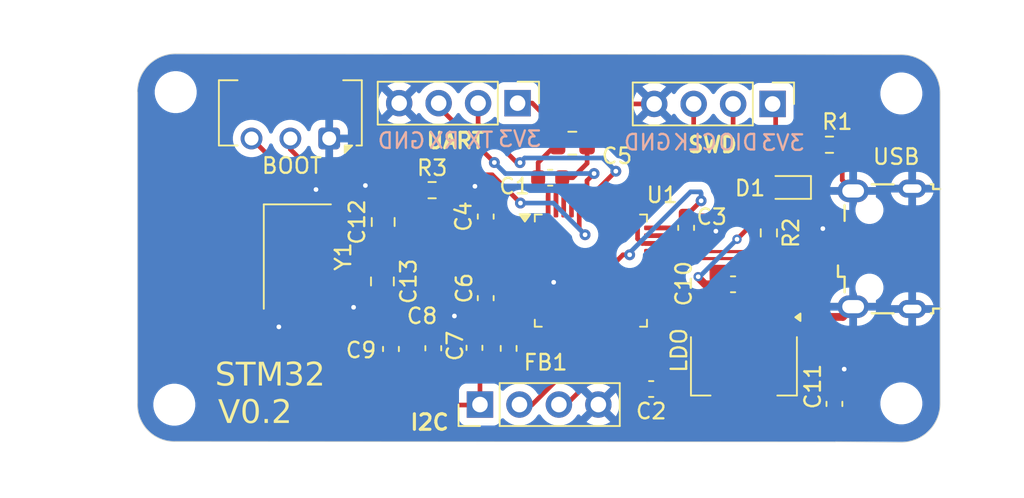
<source format=kicad_pcb>
(kicad_pcb (version 20241229) (generator "pcbnew") (generator_version "9.0")
  (layers (0 "F.Cu" signal) (2 "B.Cu" power) (13 "F.Paste" user) (15 "B.Paste" user) (5 "F.SilkS" user "F.Silkscreen") (7 "B.SilkS" user "B.Silkscreen") (1 "F.Mask" user) (3 "B.Mask" user) (25 "Edge.Cuts" user))
  (net 0 "")
  (net 1 "+3.3V")
  (net 2 "GND")
  (net 3 "Net-(U1-NRST)")
  (net 4 "+3.3VA")
  (net 5 "Net-(C7-Pad2)")
  (net 6 "VBUS")
  (net 7 "/HS_OSC_IN")
  (net 8 "/HS_OSC_OUT")
  (net 9 "Net-(D1-K)")
  (net 10 "/USB_D-")
  (net 11 "/USB_D+")
  (net 13 "/USART1_TX")
  (net 14 "/USART1_RX")
  (net 15 "/I2C2_SCL")
  (net 16 "/I2C2_SDA")
  (net 17 "/SWCLK")
  (net 18 "/SWDIO")
  (net 19 "/BOOT0")
  (net 47 "/SW_BOOT")
  (footprint "MountingHole:MountingHole_2.2mm_M2" (layer "F.Cu") (at 175.189027 111.505642)
    (property "Reference" "H3" (hide yes))
    (property "Value" "MountingHole" (hide yes))
    (pad "" np_thru_hole circle (at 0 0) (size 2.2 2.2) (drill 2.2) (layers "*.Cu" "*.Mask"))
  )
  (footprint "Resistor_SMD:R_0603_1608Metric" (layer "F.Cu") (at 170.56 94.855)
    (property "Reference" "R1" (at 0.5 -1.475 0) (layer "F.SilkS"))
    (property "Value" "1k5" (hide yes))
    (fp_line (start -0.237258 -0.5225) (end 0.237258 -0.5225) (stroke (width 0.12)) (layer "F.SilkS"))
    (fp_line (start -0.237258 0.5225) (end 0.237258 0.5225) (stroke (width 0.12)) (layer "F.SilkS"))
    (pad "1" smd roundrect (at -0.825 0) (size 0.8 0.95) (layers "F.Cu" "F.Mask" "F.Paste") (net 9 "Net-(D1-K)"))
    (pad "2" smd roundrect (at 0.825 0) (size 0.8 0.95) (layers "F.Cu" "F.Mask" "F.Paste") (net 2 "GND"))
  )
  (footprint "Button_Switch_THT:SW_CK_JS202011AQN_DPDT_Angled" (layer "F.Cu") (at 138.36 94.455 180)
    (property "Reference" "BOOT" (at 2.4 -1.75 0) (layer "F.SilkS"))
    (property "Value" "SW_DPDT_x2" (hide yes))
    (fp_line (start 7.1 3.75) (end 5.9 3.75) (stroke (width 0.12)) (layer "F.SilkS"))
    (fp_line (start 7.1 -0.45) (end 7.1 3.75) (stroke (width 0.12)) (layer "F.SilkS"))
    (fp_line (start 5.9 -0.45) (end 7.1 -0.45) (stroke (width 0.12)) (layer "F.SilkS"))
    (fp_line (start -1.75 -0.45) (end -2.1 -0.45) (stroke (width 0.12)) (layer "F.SilkS"))
    (fp_line (start -2.1 3.75) (end -0.9 3.75) (stroke (width 0.12)) (layer "F.SilkS"))
    (fp_line (start -2.1 -0.45) (end -2.1 3.75) (stroke (width 0.12)) (layer "F.SilkS"))
    (fp_poly (pts (xy -1 -0.45) (xy -1.48 -0.45) (xy -1 -0.93) (xy -1 -0.45)) (stroke (width 0.12)) (fill yes) (layer "F.SilkS"))
    (pad "1" thru_hole roundrect (at 0 0 180) (size 1.4 1.4) (drill 0.9) (layers "*.Cu" "*.Mask") (roundrect_rratio 0.1785714286) (net 2 "GND"))
    (pad "2" thru_hole circle (at 2.5 0 180) (size 1.4 1.4) (drill 0.9) (layers "*.Cu" "*.Mask") (net 47 "/SW_BOOT"))
    (pad "3" thru_hole circle (at 5 0 180) (size 1.4 1.4) (drill 0.9) (layers "*.Cu" "*.Mask") (net 1 "+3.3V"))
  )
  (footprint "Crystal:Crystal_SMD_0603-4Pin_6.0x3.5mm" (layer "F.Cu") (at 136.31 102.055 -90)
    (property "Reference" "Y1" (at 0 -2.95 90) (layer "F.SilkS"))
    (property "Value" "Crystal_GND24" (hide yes))
    (fp_line (start -3.36 2.16) (end 3.36 2.16) (stroke (width 0.12)) (layer "F.SilkS"))
    (fp_line (start -3.36 -2.16) (end -3.36 2.16) (stroke (width 0.12)) (layer "F.SilkS"))
    (pad "1" smd roundrect (at -2.2 1.2 270) (size 1.8 1.4) (layers "F.Cu" "F.Mask" "F.Paste") (roundrect_rratio 0.178571) (net 7 "/HS_OSC_IN"))
    (pad "2" smd roundrect (at 2.2 1.2 270) (size 1.8 1.4) (layers "F.Cu" "F.Mask" "F.Paste") (roundrect_rratio 0.178571) (net 2 "GND"))
    (pad "3" smd roundrect (at 2.2 -1.2 270) (size 1.8 1.4) (layers "F.Cu" "F.Mask" "F.Paste") (roundrect_rratio 0.178571) (net 8 "/HS_OSC_OUT"))
    (pad "4" smd roundrect (at -2.2 -1.2 270) (size 1.8 1.4) (layers "F.Cu" "F.Mask" "F.Paste") (roundrect_rratio 0.178571) (net 2 "GND"))
  )
  (footprint "Capacitor_SMD:C_0805_2012Metric" (layer "F.Cu") (at 154.01 94.755)
    (property "Reference" "C5" (at 2.875 0.825 180) (layer "F.SilkS"))
    (property "Value" "10u" (hide yes))
    (fp_line (start -0.261252 -0.735) (end 0.261252 -0.735) (stroke (width 0.12)) (layer "F.SilkS"))
    (fp_line (start -0.261252 0.735) (end 0.261252 0.735) (stroke (width 0.12)) (layer "F.SilkS"))
    (pad "1" smd roundrect (at -0.95 0) (size 1 1.45) (layers "F.Cu" "F.Mask" "F.Paste") (net 1 "+3.3V"))
    (pad "2" smd roundrect (at 0.95 0) (size 1 1.45) (layers "F.Cu" "F.Mask" "F.Paste") (net 2 "GND"))
  )
  (footprint "Capacitor_SMD:C_0603_1608Metric" (layer "F.Cu") (at 170.88 111.54 90)
    (property "Reference" "C11" (at 1.12 -1.39 270) (layer "F.SilkS"))
    (property "Value" "100n" (hide yes))
    (fp_line (start -0.14058 -0.51) (end 0.14058 -0.51) (stroke (width 0.12)) (layer "F.SilkS"))
    (fp_line (start -0.14058 0.51) (end 0.14058 0.51) (stroke (width 0.12)) (layer "F.SilkS"))
    (pad "1" smd roundrect (at -0.775 0 90) (size 0.9 0.95) (layers "F.Cu" "F.Mask" "F.Paste") (net 1 "+3.3V"))
    (pad "2" smd roundrect (at 0.775 0 90) (size 0.9 0.95) (layers "F.Cu" "F.Mask" "F.Paste") (net 2 "GND"))
  )
  (footprint "Connector_PinHeader_2.54mm:PinHeader_1x04_P2.54mm_Vertical" (layer "F.Cu") (at 148.065 111.58 90)
    (property "Reference" "I2C" (at -1.14 -3.245 180) (layer "F.SilkS") (effects (font (thickness 0.2) (bold yes))))
    (property "Value" "Conn_01x04_Pin" (hide yes))
    (fp_line (start -1.38 -1.38) (end 0 -1.38) (stroke (width 0.12)) (layer "F.SilkS"))
    (fp_line (start -1.38 0) (end -1.38 -1.38) (stroke (width 0.12)) (layer "F.SilkS"))
    (fp_line (start 1.38 1.27) (end 1.38 9) (stroke (width 0.12)) (layer "F.SilkS"))
    (fp_line (start -1.38 1.27) (end 1.38 1.27) (stroke (width 0.12)) (layer "F.SilkS"))
    (fp_line (start -1.38 1.27) (end -1.38 9) (stroke (width 0.12)) (layer "F.SilkS"))
    (fp_line (start -1.38 9) (end 1.38 9) (stroke (width 0.12)) (layer "F.SilkS"))
    (pad "1" thru_hole rect (at 0 0 90) (size 1.7 1.7) (drill 1) (layers "*.Cu" "*.Mask") (net 1 "+3.3V"))
    (pad "2" thru_hole circle (at 0 2.54 90) (size 1.7 1.7) (drill 1) (layers "*.Cu" "*.Mask") (net 15 "/I2C2_SCL"))
    (pad "3" thru_hole circle (at 0 5.08 90) (size 1.7 1.7) (drill 1) (layers "*.Cu" "*.Mask") (net 16 "/I2C2_SDA"))
    (pad "4" thru_hole circle (at 0 7.62 90) (size 1.7 1.7) (drill 1) (layers "*.Cu" "*.Mask") (net 2 "GND"))
  )
  (footprint "Capacitor_SMD:C_0603_1608Metric" (layer "F.Cu") (at 147.71 107.93 -90)
    (property "Reference" "C7" (at -0.125 1.25 270) (layer "F.SilkS"))
    (property "Value" "100n" (hide yes))
    (fp_line (start -0.14058 0.51) (end 0.14058 0.51) (stroke (width 0.12)) (layer "F.SilkS"))
    (fp_line (start -0.14058 -0.51) (end 0.14058 -0.51) (stroke (width 0.12)) (layer "F.SilkS"))
    (pad "1" smd roundrect (at -0.775 0 270) (size 0.9 0.95) (layers "F.Cu" "F.Mask" "F.Paste") (net 4 "+3.3VA"))
    (pad "2" smd roundrect (at 0.775 0 270) (size 0.9 0.95) (layers "F.Cu" "F.Mask" "F.Paste") (net 5 "Net-(C7-Pad2)"))
  )
  (footprint "Resistor_SMD:R_0603_1608Metric" (layer "F.Cu") (at 166.66 100.53 -90)
    (property "Reference" "R2" (at 0 -1.43 90) (layer "F.SilkS"))
    (property "Value" "1K5" (hide yes))
    (fp_line (start -0.237258 0.5225) (end 0.237258 0.5225) (stroke (width 0.12)) (layer "F.SilkS"))
    (fp_line (start -0.237258 -0.5225) (end 0.237258 -0.5225) (stroke (width 0.12)) (layer "F.SilkS"))
    (pad "1" smd roundrect (at -0.825 0 270) (size 0.8 0.95) (layers "F.Cu" "F.Mask" "F.Paste") (net 6 "VBUS"))
    (pad "2" smd roundrect (at 0.825 0 270) (size 0.8 0.95) (layers "F.Cu" "F.Mask" "F.Paste") (net 11 "/USB_D+"))
  )
  (footprint "Capacitor_SMD:C_0603_1608Metric" (layer "F.Cu") (at 161.335 100.205 -90)
    (property "Reference" "C3" (at -0.705 -1.645 180) (layer "F.SilkS"))
    (property "Value" "100n" (hide yes))
    (fp_line (start -0.14058 0.51) (end 0.14058 0.51) (stroke (width 0.12)) (layer "F.SilkS"))
    (fp_line (start -0.14058 -0.51) (end 0.14058 -0.51) (stroke (width 0.12)) (layer "F.SilkS"))
    (pad "1" smd roundrect (at -0.775 0 270) (size 0.9 0.95) (layers "F.Cu" "F.Mask" "F.Paste") (net 1 "+3.3V"))
    (pad "2" smd roundrect (at 0.775 0 270) (size 0.9 0.95) (layers "F.Cu" "F.Mask" "F.Paste") (net 2 "GND"))
  )
  (footprint "Capacitor_SMD:C_0603_1608Metric" (layer "F.Cu") (at 152.585 96.98)
    (property "Reference" "C1" (at -2.3 0.55 0) (layer "F.SilkS"))
    (property "Value" "100n" (hide yes))
    (fp_line (start -0.14058 -0.51) (end 0.14058 -0.51) (stroke (width 0.12)) (layer "F.SilkS"))
    (fp_line (start -0.14058 0.51) (end 0.14058 0.51) (stroke (width 0.12)) (layer "F.SilkS"))
    (pad "1" smd roundrect (at -0.775 0) (size 0.9 0.95) (layers "F.Cu" "F.Mask" "F.Paste") (net 1 "+3.3V"))
    (pad "2" smd roundrect (at 0.775 0) (size 0.9 0.95) (layers "F.Cu" "F.Mask" "F.Paste") (net 2 "GND"))
  )
  (footprint "MountingHole:MountingHole_2.2mm_M2" (layer "F.Cu") (at 128.48 91.47)
    (property "Reference" "H2" (hide yes))
    (property "Value" "MountingHole" (hide yes))
    (pad "" np_thru_hole circle (at 0 0) (size 2.2 2.2) (drill 2.2) (layers "*.Cu" "*.Mask"))
  )
  (footprint "Resistor_SMD:R_0603_1608Metric" (layer "F.Cu") (at 144.985 97.78)
    (property "Reference" "R3" (at 0 -1.43 0) (layer "F.SilkS"))
    (property "Value" "1K5" (hide yes))
    (fp_line (start -0.237258 -0.5225) (end 0.237258 -0.5225) (stroke (width 0.12)) (layer "F.SilkS"))
    (fp_line (start -0.237258 0.5225) (end 0.237258 0.5225) (stroke (width 0.12)) (layer "F.SilkS"))
    (pad "1" smd roundrect (at -0.825 0) (size 0.8 0.95) (layers "F.Cu" "F.Mask" "F.Paste") (net 47 "/SW_BOOT"))
    (pad "2" smd roundrect (at 0.825 0) (size 0.8 0.95) (layers "F.Cu" "F.Mask" "F.Paste") (net 19 "/BOOT0"))
  )
  (footprint "Capacitor_SMD:C_0603_1608Metric" (layer "F.Cu") (at 148.435 99.48 90)
    (property "Reference" "C4" (at 0 -1.43 90) (layer "F.SilkS"))
    (property "Value" "100n" (hide yes))
    (fp_line (start -0.14058 -0.51) (end 0.14058 -0.51) (stroke (width 0.12)) (layer "F.SilkS"))
    (fp_line (start -0.14058 0.51) (end 0.14058 0.51) (stroke (width 0.12)) (layer "F.SilkS"))
    (pad "1" smd roundrect (at -0.775 0 90) (size 0.9 0.95) (layers "F.Cu" "F.Mask" "F.Paste") (net 1 "+3.3V"))
    (pad "2" smd roundrect (at 0.775 0 90) (size 0.9 0.95) (layers "F.Cu" "F.Mask" "F.Paste") (net 2 "GND"))
  )
  (footprint "Connector_PinHeader_2.54mm:PinHeader_1x04_P2.54mm_Vertical" (layer "F.Cu") (at 166.9 92.23 -90)
    (property "Reference" "SWD" (at 2.625 3.865 180) (layer "F.SilkS") (effects (font (thickness 0.2) (bold yes))))
    (property "Value" "Conn_01x04_Pin" (hide yes))
    (fp_line (start -1.38 9) (end 1.38 9) (stroke (width 0.12)) (layer "F.SilkS"))
    (fp_line (start -1.38 1.27) (end -1.38 9) (stroke (width 0.12)) (layer "F.SilkS"))
    (fp_line (start -1.38 1.27) (end 1.38 1.27) (stroke (width 0.12)) (layer "F.SilkS"))
    (fp_line (start 1.38 1.27) (end 1.38 9) (stroke (width 0.12)) (layer "F.SilkS"))
    (fp_line (start -1.38 0) (end -1.38 -1.38) (stroke (width 0.12)) (layer "F.SilkS"))
    (fp_line (start -1.38 -1.38) (end 0 -1.38) (stroke (width 0.12)) (layer "F.SilkS"))
    (pad "1" thru_hole rect (at 0 0 270) (size 1.7 1.7) (drill 1) (layers "*.Cu" "*.Mask") (net 1 "+3.3V"))
    (pad "2" thru_hole circle (at 0 2.54 270) (size 1.7 1.7) (drill 1) (layers "*.Cu" "*.Mask") (net 18 "/SWDIO"))
    (pad "3" thru_hole circle (at 0 5.08 270) (size 1.7 1.7) (drill 1) (layers "*.Cu" "*.Mask") (net 17 "/SWCLK"))
    (pad "4" thru_hole circle (at 0 7.62 270) (size 1.7 1.7) (drill 1) (layers "*.Cu" "*.Mask") (net 2 "GND"))
  )
  (footprint "MountingHole:MountingHole_2.2mm_M2" (layer "F.Cu") (at 128.390334 111.588822)
    (property "Reference" "H4" (hide yes))
    (property "Value" "MountingHole" (hide yes))
    (pad "" np_thru_hole circle (at 0 0) (size 2.2 2.2) (drill 2.2) (layers "*.Cu" "*.Mask"))
  )
  (footprint "Capacitor_SMD:C_0805_2012Metric" (layer "F.Cu") (at 141.785 103.655 -90)
    (property "Reference" "C13" (at 0 -1.68 90) (layer "F.SilkS"))
    (property "Value" "20p" (hide yes))
    (fp_line (start -0.261252 0.735) (end 0.261252 0.735) (stroke (width 0.12)) (layer "F.SilkS"))
    (fp_line (start -0.261252 -0.735) (end 0.261252 -0.735) (stroke (width 0.12)) (layer "F.SilkS"))
    (pad "1" smd roundrect (at -0.95 0 270) (size 1 1.45) (layers "F.Cu" "F.Mask" "F.Paste") (net 8 "/HS_OSC_OUT"))
    (pad "2" smd roundrect (at 0.95 0 270) (size 1 1.45) (layers "F.Cu" "F.Mask" "F.Paste") (net 2 "GND"))
  )
  (footprint "Capacitor_SMD:C_0603_1608Metric" (layer "F.Cu") (at 145.06 107.955 -90)
    (property "Reference" "C8" (at -2.075 0.725 0) (layer "F.SilkS"))
    (property "Value" "100n" (hide yes))
    (fp_line (start -0.14058 0.51) (end 0.14058 0.51) (stroke (width 0.12)) (layer "F.SilkS"))
    (fp_line (start -0.14058 -0.51) (end 0.14058 -0.51) (stroke (width 0.12)) (layer "F.SilkS"))
    (pad "1" smd roundrect (at -0.775 0 270) (size 0.9 0.95) (layers "F.Cu" "F.Mask" "F.Paste") (net 4 "+3.3VA"))
    (pad "2" smd roundrect (at 0.775 0 270) (size 0.9 0.95) (layers "F.Cu" "F.Mask" "F.Paste") (net 5 "Net-(C7-Pad2)"))
  )
  (footprint "Capacitor_SMD:C_0603_1608Metric" (layer "F.Cu") (at 148.435 104.73 -90)
    (property "Reference" "C6" (at -0.64 1.385 90) (layer "F.SilkS"))
    (property "Value" "100n" (hide yes))
    (fp_line (start -0.14058 0.51) (end 0.14058 0.51) (stroke (width 0.12)) (layer "F.SilkS"))
    (fp_line (start -0.14058 -0.51) (end 0.14058 -0.51) (stroke (width 0.12)) (layer "F.SilkS"))
    (pad "1" smd roundrect (at -0.775 0 270) (size 0.9 0.95) (layers "F.Cu" "F.Mask" "F.Paste") (net 3 "Net-(U1-NRST)"))
    (pad "2" smd roundrect (at 0.775 0 270) (size 0.9 0.95) (layers "F.Cu" "F.Mask" "F.Paste") (net 2 "GND"))
  )
  (footprint "Inductor_SMD:L_0603_1608Metric" (layer "F.Cu") (at 149.91 107.9675 -90)
    (property "Reference" "FB1" (at 0.9 -2.375 180) (layer "F.SilkS"))
    (property "Value" "FerriteBead" (hide yes))
    (fp_line (start -0.162779 0.51) (end 0.162779 0.51) (stroke (width 0.12)) (layer "F.SilkS"))
    (fp_line (start -0.162779 -0.51) (end 0.162779 -0.51) (stroke (width 0.12)) (layer "F.SilkS"))
    (pad "1" smd roundrect (at -0.7875 0 270) (size 0.875 0.95) (layers "F.Cu" "F.Mask" "F.Paste") (net 4 "+3.3VA"))
    (pad "2" smd roundrect (at 0.7875 0 270) (size 0.875 0.95) (layers "F.Cu" "F.Mask" "F.Paste") (net 1 "+3.3V"))
  )
  (footprint "MountingHole:MountingHole_2.2mm_M2" (layer "F.Cu") (at 175.189028 91.555644)
    (property "Reference" "H1" (hide yes))
    (property "Value" "MountingHole" (hide yes))
    (pad "" np_thru_hole circle (at 0 0) (size 2.2 2.2) (drill 2.2) (layers "*.Cu" "*.Mask"))
  )
  (footprint "Connector_PinHeader_2.54mm:PinHeader_1x04_P2.54mm_Vertical" (layer "F.Cu") (at 150.485 92.18 -90)
    (property "Reference" "UART" (at 2.42 4.005 180) (layer "F.SilkS") (effects (font (thickness 0.2) (bold yes))))
    (property "Value" "Conn_01x04_Pin" (hide yes))
    (fp_line (start -1.38 9) (end 1.38 9) (stroke (width 0.12)) (layer "F.SilkS"))
    (fp_line (start -1.38 1.27) (end -1.38 9) (stroke (width 0.12)) (layer "F.SilkS"))
    (fp_line (start -1.38 1.27) (end 1.38 1.27) (stroke (width 0.12)) (layer "F.SilkS"))
    (fp_line (start 1.38 1.27) (end 1.38 9) (stroke (width 0.12)) (layer "F.SilkS"))
    (fp_line (start -1.38 0) (end -1.38 -1.38) (stroke (width 0.12)) (layer "F.SilkS"))
    (fp_line (start -1.38 -1.38) (end 0 -1.38) (stroke (width 0.12)) (layer "F.SilkS"))
    (pad "1" thru_hole rect (at 0 0 270) (size 1.7 1.7) (drill 1) (layers "*.Cu" "*.Mask") (net 1 "+3.3V"))
    (pad "2" thru_hole circle (at 0 2.54 270) (size 1.7 1.7) (drill 1) (layers "*.Cu" "*.Mask") (net 13 "/USART1_TX"))
    (pad "3" thru_hole circle (at 0 5.08 270) (size 1.7 1.7) (drill 1) (layers "*.Cu" "*.Mask") (net 14 "/USART1_RX"))
    (pad "4" thru_hole circle (at 0 7.62 270) (size 1.7 1.7) (drill 1) (layers "*.Cu" "*.Mask") (net 2 "GND"))
  )
  (footprint "Capacitor_SMD:C_0603_1608Metric" (layer "F.Cu") (at 159.085 110.58 180)
    (property "Reference" "C2" (at 0 -1.43 0) (layer "F.SilkS"))
    (property "Value" "100n" (hide yes))
    (fp_line (start -0.14058 0.51) (end 0.14058 0.51) (stroke (width 0.12)) (layer "F.SilkS"))
    (fp_line (start -0.14058 -0.51) (end 0.14058 -0.51) (stroke (width 0.12)) (layer "F.SilkS"))
    (pad "1" smd roundrect (at -0.775 0 180) (size 0.9 0.95) (layers "F.Cu" "F.Mask" "F.Paste") (net 1 "+3.3V"))
    (pad "2" smd roundrect (at 0.775 0 180) (size 0.9 0.95) (layers "F.Cu" "F.Mask" "F.Paste") (net 2 "GND"))
  )
  (footprint "Capacitor_SMD:C_0603_1608Metric" (layer "F.Cu") (at 164.355 103.84)
    (property "Reference" "C10" (at -3.175 -0.04 270) (layer "F.SilkS"))
    (property "Value" "100n" (hide yes))
    (fp_line (start -0.14058 -0.51) (end 0.14058 -0.51) (stroke (width 0.12)) (layer "F.SilkS"))
    (fp_line (start -0.14058 0.51) (end 0.14058 0.51) (stroke (width 0.12)) (layer "F.SilkS"))
    (pad "1" smd roundrect (at -0.775 0) (size 0.9 0.95) (layers "F.Cu" "F.Mask" "F.Paste") (net 6 "VBUS"))
    (pad "2" smd roundrect (at 0.775 0) (size 0.9 0.95) (layers "F.Cu" "F.Mask" "F.Paste") (net 2 "GND"))
  )
  (footprint "Package_TO_SOT_SMD:SOT-223-3_TabPin2" (layer "F.Cu") (at 165.055 109.09 -90)
    (property "Reference" "LDO" (at -1 4.175 90) (layer "F.SilkS"))
    (property "Value" "AMS1117-3.3" (hide yes))
    (fp_line (start -1.85 3.41) (end 1.91 3.41) (stroke (width 0.12)) (layer "F.SilkS"))
    (fp_line (start 1.91 3.41) (end 1.91 2.15) (stroke (width 0.12)) (layer "F.SilkS"))
    (fp_line (start -1.85 -3.41) (end 1.91 -3.41) (stroke (width 0.12)) (layer "F.SilkS"))
    (fp_line (start 1.91 -3.41) (end 1.91 -2.15) (stroke (width 0.12)) (layer "F.SilkS"))
    (fp_poly (pts (xy -3.13 -3.31) (xy -3.37 -3.64) (xy -2.89 -3.64) (xy -3.13 -3.31)) (stroke (width 0.12)) (fill yes) (layer "F.SilkS"))
    (pad "1" smd roundrect (at -3.15 -2.3 270) (size 2 1.5) (layers "F.Cu" "F.Mask" "F.Paste") (net 2 "GND"))
    (pad "2" smd roundrect (at -3.15 0 270) (size 2 1.5) (layers "F.Cu" "F.Mask" "F.Paste") (net 1 "+3.3V"))
    (pad "2" smd roundrect (at 3.15 0 270) (size 2 3.8) (layers "F.Cu" "F.Mask" "F.Paste") (net 1 "+3.3V"))
    (pad "3" smd roundrect (at -3.15 2.3 270) (size 2 1.5) (layers "F.Cu" "F.Mask" "F.Paste") (net 6 "VBUS"))
  )
  (footprint "Connector_USB:USB_Micro-B_Wuerth_629105150521" (layer "F.Cu") (at 173.935 101.555 90)
    (property "Reference" "USB" (at 5.925 0.925 180) (layer "F.SilkS"))
    (property "Value" "USB_B_Micro")
    (fp_line (start -1.075 -2.825) (end -1.8 -2.825) (stroke (width 0.15)) (layer "F.SilkS"))
    (fp_line (start -1.8 -2.825) (end -1.8 -2.4) (stroke (width 0.15)) (layer "F.SilkS"))
    (fp_line (start 1.8 -2.4) (end 2.8 -2.4) (stroke (width 0.15)) (layer "F.SilkS"))
    (fp_line (start -1.8 -2.4) (end -2.8 -2.4) (stroke (width 0.15)) (layer "F.SilkS"))
    (fp_line (start -4.15 -0.65) (end -4.15 0.75) (stroke (width 0.15)) (layer "F.SilkS"))
    (fp_line (start 4.15 0.75) (end 4.15 -0.65) (stroke (width 0.15)) (layer "F.SilkS"))
    (fp_line (start -4.15 3.15) (end -4.15 3.3) (stroke (width 0.15)) (layer "F.SilkS"))
    (fp_line (start 4.15 3.3) (end 4.15 3.15) (stroke (width 0.15)) (layer "F.SilkS"))
    (fp_line (start 3.85 3.3) (end 4.15 3.3) (stroke (width 0.15)) (layer "F.SilkS"))
    (fp_line (start -3.85 3.3) (end -3.85 3.75) (stroke (width 0.15)) (layer "F.SilkS"))
    (fp_line (start -4.15 3.3) (end -3.85 3.3) (stroke (width 0.15)) (layer "F.SilkS"))
    (fp_line (start 3.85 3.75) (end 3.85 3.3) (stroke (width 0.15)) (layer "F.SilkS"))
    (pad "" np_thru_hole oval (at -2.5 -0.8 90) (size 0.8 0.8) (drill 0.8) (layers "*.Cu" "*.Mask"))
    (pad "" np_thru_hole oval (at 2.5 -0.8 90) (size 0.8 0.8) (drill 0.8) (layers "*.Cu" "*.Mask"))
    (pad "1" smd rect (at -1.3 -1.9 90) (size 0.45 1.3) (layers "F.Cu" "F.Mask" "F.Paste") (net 6 "VBUS"))
    (pad "2" smd rect (at -0.65 -1.9 90) (size 0.45 1.3) (layers "F.Cu" "F.Mask" "F.Paste") (net 10 "/USB_D-"))
    (pad "3" smd rect (at 0 -1.9 90) (size 0.45 1.3) (layers "F.Cu" "F.Mask" "F.Paste") (net 11 "/USB_D+"))
    (pad "4" smd rect (at 0.65 -1.9 90) (size 0.45 1.3) (layers "F.Cu" "F.Mask" "F.Paste"))
    (pad "5" smd rect (at 1.3 -1.9 90) (size 0.45 1.3) (layers "F.Cu" "F.Mask" "F.Paste") (net 2 "GND"))
    (pad "6" thru_hole oval (at -3.875 1.95 90) (size 1.15 1.8) (drill oval 0.55 1.2) (property pad_prop_heatsink) (layers "*.Cu" "*.Mask") (net 2 "GND"))
    (pad "6" thru_hole oval (at -3.725 -1.85 90) (size 1.45 2) (drill oval 0.85 1.4) (property pad_prop_heatsink) (layers "*.Cu" "*.Mask") (net 2 "GND"))
    (pad "6" thru_hole oval (at 3.725 -1.85 90) (size 1.45 2) (drill oval 0.85 1.4) (property pad_prop_heatsink) (layers "*.Cu" "*.Mask") (net 2 "GND"))
    (pad "6" thru_hole oval (at 3.875 1.95 90) (size 1.15 1.8) (drill oval 0.55 1.2) (property pad_prop_heatsink) (layers "*.Cu" "*.Mask") (net 2 "GND"))
  )
  (footprint "Capacitor_SMD:C_0603_1608Metric" (layer "F.Cu") (at 142.335 108.005 90)
    (property "Reference" "C9" (at -0.075 -1.925 0) (layer "F.SilkS"))
    (property "Value" "100n" (hide yes))
    (fp_line (start -0.14058 -0.51) (end 0.14058 -0.51) (stroke (width 0.12)) (layer "F.SilkS"))
    (fp_line (start -0.14058 0.51) (end 0.14058 0.51) (stroke (width 0.12)) (layer "F.SilkS"))
    (pad "1" smd roundrect (at -0.775 0 90) (size 0.9 0.95) (layers "F.Cu" "F.Mask" "F.Paste") (net 1 "+3.3V"))
    (pad "2" smd roundrect (at 0.775 0 90) (size 0.9 0.95) (layers "F.Cu" "F.Mask" "F.Paste") (net 5 "Net-(C7-Pad2)"))
  )
  (footprint "Package_QFP:LQFP-48_7x7mm_P0.5mm" (layer "F.Cu") (at 155.205 102.96)
    (property "Reference" "U1" (at 4.585 -4.87 0) (layer "F.SilkS"))
    (property "Value" "STM32F103C6T8" (hide yes))
    (fp_line (start -3.61 -3.61) (end -3.16 -3.61) (stroke (width 0.12)) (layer "F.SilkS"))
    (fp_line (start -3.61 -3.16) (end -3.61 -3.61) (stroke (width 0.12)) (layer "F.SilkS"))
    (fp_line (start -3.61 3.61) (end -3.61 3.16) (stroke (width 0.12)) (layer "F.SilkS"))
    (fp_line (start -3.16 3.61) (end -3.61 3.61) (stroke (width 0.12)) (layer "F.SilkS"))
    (fp_line (start 3.16 -3.61) (end 3.61 -3.61) (stroke (width 0.12)) (layer "F.SilkS"))
    (fp_line (start 3.61 -3.61) (end 3.61 -3.16) (stroke (width 0.12)) (layer "F.SilkS"))
    (fp_line (start 3.61 3.16) (end 3.61 3.61) (stroke (width 0.12)) (layer "F.SilkS"))
    (fp_line (start 3.61 3.61) (end 3.16 3.61) (stroke (width 0.12)) (layer "F.SilkS"))
    (fp_poly (pts (xy -4.25 -3.16) (xy -4.59 -3.63) (xy -3.91 -3.63)) (stroke (width 0.12)) (fill yes) (layer "F.SilkS"))
    (pad "1" smd roundrect (at -4.1625 -2.75) (size 1.475 0.3) (layers "F.Cu" "F.Mask" "F.Paste") (net 1 "+3.3V"))
    (pad "2" smd roundrect (at -4.1625 -2.25) (size 1.475 0.3) (layers "F.Cu" "F.Mask" "F.Paste"))
    (pad "3" smd roundrect (at -4.1625 -1.75) (size 1.475 0.3) (layers "F.Cu" "F.Mask" "F.Paste"))
    (pad "4" smd roundrect (at -4.1625 -1.25) (size 1.475 0.3) (layers "F.Cu" "F.Mask" "F.Paste"))
    (pad "5" smd roundrect (at -4.1625 -0.75) (size 1.475 0.3) (layers "F.Cu" "F.Mask" "F.Paste") (net 7 "/HS_OSC_IN"))
    (pad "6" smd roundrect (at -4.1625 -0.25) (size 1.475 0.3) (layers "F.Cu" "F.Mask" "F.Paste") (net 8 "/HS_OSC_OUT"))
    (pad "7" smd roundrect (at -4.1625 0.25) (size 1.475 0.3) (layers "F.Cu" "F.Mask" "F.Paste") (net 3 "Net-(U1-NRST)"))
    (pad "8" smd roundrect (at -4.1625 0.75) (size 1.475 0.3) (layers "F.Cu" "F.Mask" "F.Paste") (net 2 "GND"))
    (pad "9" smd roundrect (at -4.1625 1.25) (size 1.475 0.3) (layers "F.Cu" "F.Mask" "F.Paste") (net 4 "+3.3VA"))
    (pad "10" smd roundrect (at -4.1625 1.75) (size 1.475 0.3) (layers "F.Cu" "F.Mask" "F.Paste"))
    (pad "11" smd roundrect (at -4.1625 2.25) (size 1.475 0.3) (layers "F.Cu" "F.Mask" "F.Paste"))
    (pad "12" smd roundrect (at -4.1625 2.75) (size 1.475 0.3) (layers "F.Cu" "F.Mask" "F.Paste"))
    (pad "13" smd roundrect (at -2.75 4.1625) (size 0.3 1.475) (layers "F.Cu" "F.Mask" "F.Paste"))
    (pad "14" smd roundrect (at -2.25 4.1625) (size 0.3 1.475) (layers "F.Cu" "F.Mask" "F.Paste"))
    (pad "15" smd roundrect (at -1.75 4.1625) (size 0.3 1.475) (layers "F.Cu" "F.Mask" "F.Paste"))
    (pad "16" smd roundrect (at -1.25 4.1625) (size 0.3 1.475) (layers "F.Cu" "F.Mask" "F.Paste"))
    (pad "17" smd roundrect (at -0.75 4.1625) (size 0.3 1.475) (layers "F.Cu" "F.Mask" "F.Paste"))
    (pad "18" smd roundrect (at -0.25 4.1625) (size 0.3 1.475) (layers "F.Cu" "F.Mask" "F.Paste"))
    (pad "19" smd roundrect (at 0.25 4.1625) (size 0.3 1.475) (layers "F.Cu" "F.Mask" "F.Paste"))
    (pad "20" smd roundrect (at 0.75 4.1625) (size 0.3 1.475) (layers "F.Cu" "F.Mask" "F.Paste"))
    (pad "21" smd roundrect (at 1.25 4.1625) (size 0.3 1.475) (layers "F.Cu" "F.Mask" "F.Paste") (net 15 "/I2C2_SCL"))
    (pad "22" smd roundrect (at 1.75 4.1625) (size 0.3 1.475) (layers "F.Cu" "F.Mask" "F.Paste") (net 16 "/I2C2_SDA"))
    (pad "23" smd roundrect (at 2.25 4.1625) (size 0.3 1.475) (layers "F.Cu" "F.Mask" "F.Paste") (net 2 "GND"))
    (pad "24" smd roundrect (at 2.75 4.1625) (size 0.3 1.475) (layers "F.Cu" "F.Mask" "F.Paste") (net 1 "+3.3V"))
    (pad "25" smd roundrect (at 4.1625 2.75) (size 1.475 0.3) (layers "F.Cu" "F.Mask" "F.Paste"))
    (pad "26" smd roundrect (at 4.1625 2.25) (size 1.475 0.3) (layers "F.Cu" "F.Mask" "F.Paste"))
    (pad "27" smd roundrect (at 4.1625 1.75) (size 1.475 0.3) (layers "F.Cu" "F.Mask" "F.Paste"))
    (pad "28" smd roundrect (at 4.1625 1.25) (size 1.475 0.3) (layers "F.Cu" "F.Mask" "F.Paste"))
    (pad "29" smd roundrect (at 4.1625 0.75) (size 1.475 0.3) (layers "F.Cu" "F.Mask" "F.Paste"))
    (pad "30" smd roundrect (at 4.1625 0.25) (size 1.475 0.3) (layers "F.Cu" "F.Mask" "F.Paste"))
    (pad "31" smd roundrect (at 4.1625 -0.25) (size 1.475 0.3) (layers "F.Cu" "F.Mask" "F.Paste"))
    (pad "32" smd roundrect (at 4.1625 -0.75) (size 1.475 0.3) (layers "F.Cu" "F.Mask" "F.Paste") (net 10 "/USB_D-"))
    (pad "33" smd roundrect (at 4.1625 -1.25) (size 1.475 0.3) (layers "F.Cu" "F.Mask" "F.Paste") (net 11 "/USB_D+"))
    (pad "34" smd roundrect (at 4.1625 -1.75) (size 1.475 0.3) (layers "F.Cu" "F.Mask" "F.Paste") (net 18 "/SWDIO"))
    (pad "35" smd roundrect (at 4.1625 -2.25) (size 1.475 0.3) (layers "F.Cu" "F.Mask" "F.Paste") (net 2 "GND"))
    (pad "36" smd roundrect (at 4.1625 -2.75) (size 1.475 0.3) (layers "F.Cu" "F.Mask" "F.Paste") (net 1 "+3.3V"))
    (pad "37" smd roundrect (at 2.75 -4.1625) (size 0.3 1.475) (layers "F.Cu" "F.Mask" "F.Paste") (net 17 "/SWCLK"))
    (pad "38" smd roundrect (at 2.25 -4.1625) (size 0.3 1.475) (layers "F.Cu" "F.Mask" "F.Paste"))
    (pad "39" smd roundrect (at 1.75 -4.1625) (size 0.3 1.475) (layers "F.Cu" "F.Mask" "F.Paste"))
    (pad "40" smd roundrect (at 1.25 -4.1625) (size 0.3 1.475) (layers "F.Cu" "F.Mask" "F.Paste"))
    (pad "41" smd roundrect (at 0.75 -4.1625) (size 0.3 1.475) (layers "F.Cu" "F.Mask" "F.Paste"))
    (pad "42" smd roundrect (at 0.25 -4.1625) (size 0.3 1.475) (layers "F.Cu" "F.Mask" "F.Paste") (net 13 "/USART1_TX"))
    (pad "43" smd roundrect (at -0.25 -4.1625) (size 0.3 1.475) (layers "F.Cu" "F.Mask" "F.Paste") (net 14 "/USART1_RX"))
    (pad "44" smd roundrect (at -0.75 -4.1625) (size 0.3 1.475) (layers "F.Cu" "F.Mask" "F.Paste") (net 19 "/BOOT0"))
    (pad "45" smd roundrect (at -1.25 -4.1625) (size 0.3 1.475) (layers "F.Cu" "F.Mask" "F.Paste"))
    (pad "46" smd roundrect (at -1.75 -4.1625) (size 0.3 1.475) (layers "F.Cu" "F.Mask" "F.Paste"))
    (pad "47" smd roundrect (at -2.25 -4.1625) (size 0.3 1.475) (layers "F.Cu" "F.Mask" "F.Paste") (net 2 "GND"))
    (pad "48" smd roundrect (at -2.75 -4.1625) (size 0.3 1.475) (layers "F.Cu" "F.Mask" "F.Paste") (net 1 "+3.3V"))
  )
  (footprint "Capacitor_SMD:C_0805_2012Metric" (layer "F.Cu") (at 141.835 99.83 90)
    (property "Reference" "C12" (at 0 -1.68 90) (layer "F.SilkS"))
    (property "Value" "20p" (hide yes))
    (fp_line (start -0.261252 -0.735) (end 0.261252 -0.735) (stroke (width 0.12)) (layer "F.SilkS"))
    (fp_line (start -0.261252 0.735) (end 0.261252 0.735) (stroke (width 0.12)) (layer "F.SilkS"))
    (pad "1" smd roundrect (at -0.95 0 90) (size 1 1.45) (layers "F.Cu" "F.Mask" "F.Paste") (net 7 "/HS_OSC_IN"))
    (pad "2" smd roundrect (at 0.95 0 90) (size 1 1.45) (layers "F.Cu" "F.Mask" "F.Paste") (net 2 "GND"))
  )
  (footprint "LED_SMD:LED_0603_1608Metric" (layer "F.Cu") (at 167.885 97.605 180)
    (property "Reference" "D1" (at 2.4375 -0.05 0) (layer "F.SilkS"))
    (property "Value" "LED" (hide yes))
    (fp_line (start 0.8 -0.735) (end -1.485 -0.735) (stroke (width 0.12)) (layer "F.SilkS"))
    (fp_line (start -1.485 0.735) (end 0.8 0.735) (stroke (width 0.12)) (layer "F.SilkS"))
    (fp_line (start -1.485 -0.735) (end -1.485 0.735) (stroke (width 0.12)) (layer "F.SilkS"))
    (pad "1" smd roundrect (at -0.7875 0 180) (size 0.875 0.95) (layers "F.Cu" "F.Mask" "F.Paste") (net 9 "Net-(D1-K)"))
    (pad "2" smd roundrect (at 0.7875 0 180) (size 0.875 0.95) (layers "F.Cu" "F.Mask" "F.Paste") (net 1 "+3.3V"))
  )
  (gr_arc (start 128.48 113.959678) (mid 126.705507 113.259258) (end 126.020334 111.478822) (stroke (width 0.05)) (layer "Edge.Cuts"))
  (gr_line (start 126.02 111.47) (end 126.02 91.47) (stroke (width 0.05)) (layer "Edge.Cuts"))
  (gr_line (start 170.954495 113.97501) (end 175.163524 114.005653) (stroke (width 0.05)) (layer "Edge.Cuts"))
  (gr_line (start 170.955 113.984678) (end 128.48 113.959678) (stroke (width 0.05)) (layer "Edge.Cuts"))
  (gr_line (start 128.524029 89.000643) (end 175.164029 89.055643) (stroke (width 0.05)) (layer "Edge.Cuts"))
  (gr_arc (start 177.688669 111.555636) (mid 176.93 113.3) (end 175.163524 114.005653) (stroke (width 0.05)) (layer "Edge.Cuts"))
  (gr_arc (start 126.010251 91.47) (mid 126.74926 89.708126) (end 128.524029 89.000643) (stroke (width 0.05)) (layer "Edge.Cuts"))
  (gr_line (start 177.689029 111.555643) (end 177.689029 91.555643) (stroke (width 0.05)) (layer "Edge.Cuts"))
  (gr_arc (start 175.164029 89.055643) (mid 176.948023 89.778971) (end 177.689154 91.555643) (stroke (width 0.05)) (layer "Edge.Cuts"))
  (gr_text "STM32" (at 131.01 110.61 0) (layer "F.SilkS") (effects (font (size 1.5 1.5) (thickness 0.1875) (italic yes)) (justify left bottom)))
  (gr_text "V0.2" (at 131.2 113.02 0) (layer "F.SilkS") (effects (font (size 1.5 1.5) (thickness 0.1875) (italic yes)) (justify left bottom)))
  (gr_text "CLK" (at 161.91 94.705 0) (layer "B.SilkS") (effects (font (size 1 1)) (justify mirror)))
  (gr_text "3V3" (at 167.56 94.73 0) (layer "B.SilkS") (effects (font (size 1 1)) (justify mirror)))
  (gr_text "GND" (at 158.86 94.705 0) (layer "B.SilkS") (effects (font (size 1 1)) (justify mirror)))
  (gr_text "TX" (at 148.06 94.56 0) (layer "B.SilkS") (effects (font (size 1 1)) (justify mirror)))
  (gr_text "DIO" (at 164.685 94.705 0) (layer "B.SilkS") (effects (font (size 1 1)) (justify mirror)))
  (gr_text "RX" (at 145.75 94.59 0) (layer "B.SilkS") (effects (font (size 1 1)) (justify mirror)))
  (gr_text "GND" (at 143.01 94.6 0) (layer "B.SilkS") (effects (font (size 1 1)) (justify mirror)))
  (gr_text "3V3" (at 150.62 94.48 0) (layer "B.SilkS") (effects (font (size 1 1)) (justify mirror)))
  (segment (start 148.065 110.035) (end 148.065 111.58) (width 0.3) (layer "F.Cu") (net 1))
  (segment (start 165.055 112.24) (end 161.52 112.24) (width 0.5) (layer "F.Cu") (net 1))
  (segment (start 157.955 107.1225) (end 157.955 107.55) (width 0.3) (layer "F.Cu") (net 1))
  (segment (start 157.955 104.305) (end 156.43 102.78) (width 0.3) (layer "F.Cu") (net 1))
  (segment (start 151.81 96.005) (end 153.06 94.755) (width 0.3) (layer "F.Cu") (net 1))
  (segment (start 145.165 111.61) (end 145.135 111.58) (width 0.3) (layer "F.Cu") (net 1))
  (segment (start 151.66 106.44) (end 151.88 106.22) (width 0.3) (layer "F.Cu") (net 1))
  (segment (start 143.14287 98.606) (end 140.96787 96.431) (width 0.3) (layer "F.Cu") (net 1))
  (segment (start 135.336 96.431) (end 133.36 94.455) (width 0.3) (layer "F.Cu") (net 1))
  (segment (start 157.27 101.94) (end 157.7 101.94) (width 0.3) (layer "F.Cu") (net 1))
  (segment (start 151.66 107.88) (end 151.66 106.44) (width 0.3) (layer "F.Cu") (net 1))
  (segment (start 148.035 111.61) (end 145.165 111.61) (width 0.3) (layer "F.Cu") (net 1))
  (segment (start 159.3675 100.21) (end 160.555 100.21) (width 0.3) (layer "F.Cu") (net 1))
  (segment (start 140.96787 96.431) (end 135.336 96.431) (width 0.3) (layer "F.Cu") (net 1))
  (segment (start 148.065 111.58) (end 148.035 111.61) (width 0.5) (layer "F.Cu") (net 1))
  (segment (start 152.455 97.8) (end 152.455 98.7975) (width 0.3) (layer "F.Cu") (net 1))
  (segment (start 157.955 107.55) (end 159.86 109.455) (width 0.3) (layer "F.Cu") (net 1))
  (segment (start 159.86 109.455) (end 159.86 110.58) (width 0.3) (layer "F.Cu") (net 1))
  (segment (start 160.555 100.21) (end 161.335 99.43) (width 0.3) (layer "F.Cu") (net 1))
  (segment (start 152.455 98.7975) (end 152.455 100.145) (width 0.3) (layer "F.Cu") (net 1))
  (segment (start 157.955 107.1225) (end 157.955 105.62) (width 0.3) (layer "F.Cu") (net 1))
  (segment (start 167.0975 97.605) (end 167.0975 92.4275) (width 0.3) (layer "F.Cu") (net 1))
  (segment (start 148.435 100.255) (end 146.786 98.606) (width 0.3) (layer "F.Cu") (net 1))
  (segment (start 148.435 100.255) (end 148.481 100.209) (width 0.3) (layer "F.Cu") (net 1))
  (segment (start 156.43 102.78) (end 157.27 101.94) (width 0.3) (layer "F.Cu") (net 1))
  (segment (start 149.91 108.755) (end 149.345 108.755) (width 0.3) (layer "F.Cu") (net 1))
  (segment (start 142.48 108.78) (end 142.5 108.76) (width 0.5) (layer "F.Cu") (net 1))
  (segment (start 153.06 94.755) (end 153.06 93.81) (width 0.3) (layer "F.Cu") (net 1))
  (segment (start 152.56 105.62) (end 157.955 105.62) (width 0.3) (layer "F.Cu") (net 1))
  (segment (start 151.81 96.98) (end 151.81 96.005) (width 0.3) (layer "F.Cu") (net 1))
  (segment (start 148.481 100.209) (end 151.0425 100.209) (width 0.3) (layer "F.Cu") (net 1))
  (segment (start 150.785 108.755) (end 151.66 107.88) (width 0.3) (layer "F.Cu") (net 1))
  (segment (start 167.0975 92.4275) (end 166.9 92.23) (width 0.3) (layer "F.Cu") (net 1))
  (segment (start 149.91 108.755) (end 150.785 108.755) (width 0.3) (layer "F.Cu") (net 1))
  (segment (start 146.786 98.606) (end 143.14287 98.606) (width 0.3) (layer "F.Cu") (net 1))
  (segment (start 145.135 111.58) (end 142.335 108.78) (width 0.3) (layer "F.Cu") (net 1))
  (segment (start 165.2725 99.43) (end 167.0975 97.605) (width 0.3) (layer "F.Cu") (net 1))
  (segment (start 151.0425 100.21) (end 152.39 100.21) (width 0.3) (layer "F.Cu") (net 1))
  (segment (start 151.88 106.22) (end 151.96 106.22) (width 0.3) (layer "F.Cu") (net 1))
  (segment (start 149.345 108.755) (end 148.065 110.035) (width 0.3) (layer "F.Cu") (net 1))
  (segment (start 161.335 99.43) (end 165.2725 99.43) (width 0.3) (layer "F.Cu") (net 1))
  (segment (start 155.09 102.78) (end 152.455 100.145) (width 0.3) (layer "F.Cu") (net 1))
  (segment (start 156.43 102.78) (end 155.09 102.78) (width 0.3) (layer "F.Cu") (net 1))
  (segment (start 151.43 92.18) (end 150.485 92.18) (width 0.3) (layer "F.Cu") (net 1))
  (segment (start 152.39 100.21) (end 152.455 100.145) (width 0.3) (layer "F.Cu") (net 1))
  (segment (start 151.81 97.155) (end 152.455 97.8) (width 0.3) (layer "F.Cu") (net 1))
  (segment (start 153.06 93.81) (end 151.43 92.18) (width 0.3) (layer "F.Cu") (net 1))
  (segment (start 142.335 108.78) (end 142.48 108.78) (width 0.5) (layer "F.Cu") (net 1))
  (segment (start 151.81 96.98) (end 151.81 97.155) (width 0.3) (layer "F.Cu") (net 1))
  (segment (start 151.96 106.22) (end 152.56 105.62) (width 0.3) (layer "F.Cu") (net 1))
  (segment (start 162.3 98.465) (end 161.335 99.43) (width 0.3) (layer "F.Cu") (net 1))
  (segment (start 157.955 105.62) (end 157.955 104.305) (width 0.3) (layer "F.Cu") (net 1))
  (segment (start 161.52 112.24) (end 159.86 110.58) (width 0.5) (layer "F.Cu") (net 1))
  (via (at 157.7 101.94) (size 0.7) (drill 0.3) (layers "F.Cu" "B.Cu") (net 1))
  (via (at 162.3 98.465) (size 0.7) (drill 0.3) (layers "F.Cu" "B.Cu") (net 1))
  (segment (start 162.3 98.465) (end 162.3 97.98) (width 0.3) (layer "B.Cu") (net 1))
  (segment (start 161.62 97.89) (end 157.7 101.81) (width 0.3) (layer "B.Cu") (net 1))
  (segment (start 157.7 101.81) (end 157.7 101.94) (width 0.3) (layer "B.Cu") (net 1))
  (segment (start 162.3 97.98) (end 162.26 97.94) (width 0.3) (layer "B.Cu") (net 1))
  (segment (start 162.26 97.94) (end 162.26 97.89) (width 0.3) (layer "B.Cu") (net 1))
  (segment (start 162.26 97.89) (end 161.62 97.89) (width 0.3) (layer "B.Cu") (net 1))
  (segment (start 153.36 97.255) (end 152.955 97.66) (width 0.3) (layer "F.Cu") (net 2))
  (segment (start 157.455 107.1225) (end 157.455 108.05) (width 0.3) (layer "F.Cu") (net 2))
  (segment (start 139.93 105.32) (end 141.07 105.32) (width 0.3) (layer "F.Cu") (net 2))
  (segment (start 140.7 98.13) (end 140.7 97.48) (width 0.3) (layer "F.Cu") (net 2))
  (segment (start 135.12 106.58) (end 135.11 106.57) (width 0.3) (layer "F.Cu") (net 2))
  (segment (start 172.035 100.255) (end 170.135 100.255) (width 0.3) (layer "F.Cu") (net 2))
  (segment (start 170.88 109.93) (end 171.51 109.3) (width 0.5) (layer "F.Cu") (net 2))
  (segment (start 163.25 100.42) (end 163.25 100.71) (width 0.3) (layer "F.Cu") (net 2))
  (segment (start 141.07 105.32) (end 141.785 104.605) (width 0.3) (layer "F.Cu") (net 2))
  (segment (start 160.47 100.71) (end 160.74 100.98) (width 0.3) (layer "F.Cu") (net 2))
  (segment (start 141.45 98.88) (end 141.05 98.48) (width 0.3) (layer "F.Cu") (net 2))
  (segment (start 148.435 98.445) (end 148.435 98.705) (width 0.3) (layer "F.Cu") (net 2))
  (segment (start 154.96 94.755) (end 157.485 92.23) (width 0.3) (layer "F.Cu") (net 2))
  (segment (start 163.25 100.71) (end 162.98 100.98) (width 0.3) (layer "F.Cu") (net 2))
  (segment (start 154.96 96.055) (end 154.96 94.755) (width 0.3) (layer "F.Cu") (net 2))
  (segment (start 171.385 94.855) (end 171.385 97.13) (width 0.3) (layer "F.Cu") (net 2))
  (segment (start 171.385 97.13) (end 172.085 97.83) (width 0.3) (layer "F.Cu") (net 2))
  (segment (start 158.31 110.58) (end 156.685 110.58) (width 0.3) (layer "F.Cu") (net 2))
  (segment (start 141.05 98.48) (end 140.7 98.13) (width 0.3) (layer "F.Cu") (net 2))
  (segment (start 137.51 99.855) (end 137.51 97.74) (width 0.3) (layer "F.Cu") (net 2))
  (segment (start 135.11 104.255) (end 135.11 106.57) (width 0.3) (layer "F.Cu") (net 2))
  (segment (start 152.82 103.72) (end 152.81 103.71) (width 0.3) (layer "F.Cu") (net 2))
  (segment (start 158.31 108.905) (end 158.31 110.58) (width 0.3) (layer "F.Cu") (net 2))
  (segment (start 157.485 92.23) (end 159.28 92.23) (width 0.3) (layer "F.Cu") (net 2))
  (segment (start 141.835 98.88) (end 141.45 98.88) (width 0.3) (layer "F.Cu") (net 2))
  (segment (start 148.435 105.505) (end 146.795 105.505) (width 0.3) (layer "F.Cu") (net 2))
  (segment (start 156.685 110.58) (end 155.685 111.58) (width 0.3) (layer "F.Cu") (net 2))
  (segment (start 170.08 100.2) (end 170.135 100.255) (width 0.3) (layer "F.Cu") (net 2))
  (segment (start 154.035 96.98) (end 154.96 96.055) (width 0.3) (layer "F.Cu") (net 2))
  (segment (start 157.455 108.05) (end 158.31 108.905) (width 0.3) (layer "F.Cu") (net 2))
  (segment (start 152.955 97.66) (end 152.955 98.7975) (width 0.3) (layer "F.Cu") (net 2))
  (segment (start 146.795 105.505) (end 146.42 105.88) (width 0.3) (layer "F.Cu") (net 2))
  (segment (start 171.425 105.94) (end 172.085 105.28) (width 0.5) (layer "F.Cu") (net 2))
  (segment (start 147.74 97.65) (end 147.73 97.66) (width 0.3) (layer "F.Cu") (net 2))
  (segment (start 167.355 105.94) (end 171.425 105.94) (width 0.5) (layer "F.Cu") (net 2))
  (segment (start 153.36 96.98) (end 153.36 97.255) (width 0.3) (layer "F.Cu") (net 2))
  (segment (start 147.74 97.53) (end 147.74 97.65) (width 0.3) (layer "F.Cu") (net 2))
  (segment (start 160.74 100.98) (end 161.335 100.98) (width 0.3) (layer "F.Cu") (net 2))
  (segment (start 159.3675 100.71) (end 160.47 100.71) (width 0.3) (layer "F.Cu") (net 2))
  (segment (start 147.73 97.74) (end 148.435 98.445) (width 0.3) (layer "F.Cu") (net 2))
  (segment (start 170.88 110.765) (end 170.88 109.93) (width 0.5) (layer "F.Cu") (net 2))
  (segment (start 140.7 97.48) (end 140.69 97.48) (width 0.3) (layer "F.Cu") (net 2))
  (segment (start 147.73 97.66) (end 147.73 97.74) (width 0.3) (layer "F.Cu") (net 2))
  (segment (start 162.98 100.98) (end 161.335 100.98) (width 0.3) (layer "F.Cu") (net 2))
  (segment (start 151.0425 103.71) (end 152.81 103.71) (width 0.3) (layer "F.Cu") (net 2))
  (segment (start 153.36 96.98) (end 154.035 96.98) (width 0.3) (layer "F.Cu") (net 2))
  (via (at 140.69 97.48) (size 0.7) (drill 0.3) (layers "F.Cu" "B.Cu") (net 2))
  (via (at 146.42 105.88) (size 0.7) (drill 0.3) (layers "F.Cu" "B.Cu") (net 2))
  (via (at 147.74 97.53) (size 0.7) (drill 0.3) (layers "F.Cu" "B.Cu") (net 2))
  (via (at 152.81 103.71) (size 0.7) (drill 0.3) (layers "F.Cu" "B.Cu") (net 2))
  (via (at 171.51 109.3) (size 0.7) (drill 0.3) (layers "F.Cu" "B.Cu") (net 2))
  (via (at 170.135 100.255) (size 0.7) (drill 0.3) (layers "F.Cu" "B.Cu") (net 2))
  (via (at 137.51 97.74) (size 0.7) (drill 0.3) (layers "F.Cu" "B.Cu") (net 2))
  (via (at 135.12 106.58) (size 0.7) (drill 0.3) (layers "F.Cu" "B.Cu") (net 2))
  (via (at 163.25 100.42) (size 0.7) (drill 0.3) (layers "F.Cu" "B.Cu") (net 2))
  (via (at 139.93 105.32) (size 0.7) (drill 0.3) (layers "F.Cu" "B.Cu") (net 2))
  (segment (start 149.705466 103.705) (end 150.200466 103.21) (width 0.3) (layer "F.Cu") (net 3))
  (segment (start 148.435 103.705) (end 149.705466 103.705) (width 0.3) (layer "F.Cu") (net 3))
  (segment (start 150.200466 103.21) (end 151.0425 103.21) (width 0.3) (layer "F.Cu") (net 3))
  (segment (start 151.0425 104.21) (end 150.105 104.21) (width 0.3) (layer "F.Cu") (net 4))
  (segment (start 147.685 107.18) (end 147.71 107.155) (width 0.3) (layer "F.Cu") (net 4))
  (segment (start 149.91 104.405) (end 149.91 107.18) (width 0.3) (layer "F.Cu") (net 4))
  (segment (start 149.885 107.155) (end 149.91 107.18) (width 0.3) (layer "F.Cu") (net 4))
  (segment (start 147.71 107.155) (end 149.885 107.155) (width 0.3) (layer "F.Cu") (net 4))
  (segment (start 150.105 104.21) (end 149.91 104.405) (width 0.3) (layer "F.Cu") (net 4))
  (segment (start 145.06 107.18) (end 147.685 107.18) (width 0.3) (layer "F.Cu") (net 4))
  (segment (start 145.06 108.73) (end 144.68 108.73) (width 0.3) (layer "F.Cu") (net 5))
  (segment (start 144.68 108.73) (end 143.81 107.86) (width 0.3) (layer "F.Cu") (net 5))
  (segment (start 145.06 108.73) (end 147.685 108.73) (width 0.3) (layer "F.Cu") (net 5))
  (segment (start 143.81 107.37) (end 143.67 107.23) (width 0.3) (layer "F.Cu") (net 5))
  (segment (start 143.67 107.23) (end 142.335 107.23) (width 0.3) (layer "F.Cu") (net 5))
  (segment (start 147.685 108.73) (end 147.71 108.705) (width 0.3) (layer "F.Cu") (net 5))
  (segment (start 143.81 107.86) (end 143.81 107.37) (width 0.3) (layer "F.Cu") (net 5))
  (segment (start 166.66 99.705) (end 165.845 99.705) (width 0.3) (layer "F.Cu") (net 6))
  (segment (start 163.58 103.84) (end 164.539 102.881) (width 0.5) (layer "F.Cu") (net 6))
  (segment (start 164.61 100.94) (end 164.61 101.07) (width 0.3) (layer "F.Cu") (net 6))
  (segment (start 165.845 99.705) (end 164.61 100.94) (width 0.3) (layer "F.Cu") (net 6))
  (segment (start 162.11 103.4) (end 162.55 103.84) (width 0.5) (layer "F.Cu") (net 6))
  (segment (start 162.755 104.665) (end 163.58 103.84) (width 0.5) (layer "F.Cu") (net 6))
  (segment (start 162.11 103.35) (end 162.11 103.4) (width 0.5) (layer "F.Cu") (net 6))
  (segment (start 164.539 102.881) (end 172.009 102.881) (width 0.5) (layer "F.Cu") (net 6))
  (segment (start 162.55 103.84) (end 163.58 103.84) (width 0.5) (layer "F.Cu") (net 6))
  (segment (start 162.755 105.94) (end 162.755 104.665) (width 0.5) (layer "F.Cu") (net 6))
  (via (at 164.61 100.94) (size 0.6) (drill 0.3) (layers "F.Cu" "B.Cu") (net 6))
  (via (at 162.11 103.35) (size 0.6) (drill 0.3) (layers "F.Cu" "B.Cu") (net 6))
  (segment (start 162.19 103.27) (end 162.28 103.27) (width 0.3) (layer "B.Cu") (net 6))
  (segment (start 162.11 103.35) (end 162.19 103.27) (width 0.3) (layer "B.Cu") (net 6))
  (segment (start 162.28 103.27) (end 164.61 100.94) (width 0.3) (layer "B.Cu") (net 6))
  (segment (start 141.309 101.106) (end 136.136 101.106) (width 0.3) (layer "F.Cu") (net 7))
  (segment (start 145.81 100.605) (end 141.81 100.605) (width 0.3) (layer "F.Cu") (net 7))
  (segment (start 136.136 101.106) (end 135.11 100.08) (width 0.3) (layer "F.Cu") (net 7))
  (segment (start 151.0425 102.21) (end 147.415 102.21) (width 0.3) (layer "F.Cu") (net 7))
  (segment (start 141.81 100.605) (end 141.309 101.106) (width 0.3) (layer "F.Cu") (net 7))
  (segment (start 147.415 102.21) (end 145.81 100.605) (width 0.3) (layer "F.Cu") (net 7))
  (segment (start 135.11 100.08) (end 135.11 99.855) (width 0.3) (layer "F.Cu") (net 7))
  (segment (start 148.529 102.711) (end 146.979 102.711) (width 0.3) (layer "F.Cu") (net 8))
  (segment (start 151.0425 102.71) (end 148.53 102.71) (width 0.3) (layer "F.Cu") (net 8))
  (segment (start 148.53 102.71) (end 148.529 102.711) (width 0.3) (layer "F.Cu") (net 8))
  (segment (start 141.785 102.705) (end 139.06 102.705) (width 0.3) (layer "F.Cu") (net 8))
  (segment (start 143.035 103.955) (end 141.785 102.705) (width 0.3) (layer "F.Cu") (net 8))
  (segment (start 145.735 103.955) (end 143.035 103.955) (width 0.3) (layer "F.Cu") (net 8))
  (segment (start 146.979 102.711) (end 145.735 103.955) (width 0.3) (layer "F.Cu") (net 8))
  (segment (start 139.06 102.705) (end 137.51 104.255) (width 0.3) (layer "F.Cu") (net 8))
  (segment (start 169.735 94.855) (end 169.735 96.055) (width 0.3) (layer "F.Cu") (net 9))
  (segment (start 169.735 96.055) (end 168.6725 97.1175) (width 0.3) (layer "F.Cu") (net 9))
  (segment (start 168.6725 97.1175) (end 168.6725 97.605) (width 0.3) (layer "F.Cu") (net 9))
  (segment (start 159.3675 102.21) (end 160.473751 102.21) (width 0.2) (layer "F.Cu") (net 10))
  (segment (start 171.094438 102.105) (end 171.51 102.105) (width 0.2) (layer "F.Cu") (net 10))
  (segment (start 171.014438 102.185) (end 171.094438 102.105) (width 0.2) (layer "F.Cu") (net 10))
  (segment (start 171.51 102.105) (end 171.61 102.205) (width 0.2) (layer "F.Cu") (net 10))
  (segment (start 171.61 102.205) (end 172.035 102.205) (width 0.2) (layer "F.Cu") (net 10))
  (segment (start 160.498751 102.185) (end 171.014438 102.185) (width 0.2) (layer "F.Cu") (net 10))
  (segment (start 160.473751 102.21) (end 160.498751 102.185) (width 0.2) (layer "F.Cu") (net 10))
  (segment (start 160.498751 101.735) (end 170.835 101.735) (width 0.2) (layer "F.Cu") (net 11))
  (segment (start 159.3675 101.71) (end 160.473751 101.71) (width 0.2) (layer "F.Cu") (net 11))
  (segment (start 171.015 101.555) (end 172.035 101.555) (width 0.2) (layer "F.Cu") (net 11))
  (segment (start 170.835 101.735) (end 171.015 101.555) (width 0.2) (layer "F.Cu") (net 11))
  (segment (start 160.473751 101.71) (end 160.498751 101.735) (width 0.2) (layer "F.Cu") (net 11))
  (segment (start 150.64 96.01) (end 150.44 96.01) (width 0.3) (layer "F.Cu") (net 13))
  (segment (start 155.455 98.7975) (end 155.455 97.915) (width 0.3) (layer "F.Cu") (net 13))
  (segment (start 150.44 96.01) (end 147.945 93.515) (width 0.3) (layer "F.Cu") (net 13))
  (segment (start 147.945 93.515) (end 147.945 92.18) (width 0.3) (layer "F.Cu") (net 13))
  (segment (start 155.455 97.915) (end 156.81 96.56) (width 0.3) (layer "F.Cu") (net 13))
  (via (at 150.64 96.01) (size 0.7) (drill 0.3) (layers "F.Cu" "B.Cu") (net 13))
  (via (at 156.81 96.56) (size 0.7) (drill 0.3) (layers "F.Cu" "B.Cu") (net 13))
  (segment (start 155.96 95.71) (end 156.81 96.56) (width 0.3) (layer "B.Cu") (net 13))
  (segment (start 150.64 96.01) (end 150.94 95.71) (width 0.3) (layer "B.Cu") (net 13))
  (segment (start 150.94 95.71) (end 155.96 95.71) (width 0.3) (layer "B.Cu") (net 13))
  (segment (start 145.405 92.18) (end 145.405 92.415) (width 0.3) (layer "F.Cu") (net 14))
  (segment (start 145.405 92.415) (end 148.99 96) (width 0.3) (layer "F.Cu") (net 14))
  (segment (start 154.955 97.165) (end 155.41 96.71) (width 0.3) (layer "F.Cu") (net 14))
  (segment (start 154.955 98.7975) (end 154.955 97.165) (width 0.3) (layer "F.Cu") (net 14))
  (via (at 155.41 96.71) (size 0.7) (drill 0.3) (layers "F.Cu" "B.Cu") (net 14))
  (via (at 148.99 96) (size 0.7) (drill 0.3) (layers "F.Cu" "B.Cu") (net 14))
  (segment (start 149.7 96.71) (end 155.41 96.71) (width 0.3) (layer "B.Cu") (net 14))
  (segment (start 148.99 96) (end 149.7 96.71) (width 0.3) (layer "B.Cu") (net 14))
  (segment (start 150.605 111.58) (end 151.43 111.58) (width 0.3) (layer "F.Cu") (net 15))
  (segment (start 156.01 108.43) (end 156.455 107.985) (width 0.3) (layer "F.Cu") (net 15))
  (segment (start 154.58 108.43) (end 156.01 108.43) (width 0.3) (layer "F.Cu") (net 15))
  (segment (start 151.43 111.58) (end 154.58 108.43) (width 0.3) (layer "F.Cu") (net 15))
  (segment (start 156.455 107.985) (end 156.455 107.1225) (width 0.3) (layer "F.Cu") (net 15))
  (segment (start 156.955 108.245) (end 153.62 111.58) (width 0.3) (layer "F.Cu") (net 16))
  (segment (start 156.955 107.1225) (end 156.955 108.245) (width 0.3) (layer "F.Cu") (net 16))
  (segment (start 153.62 111.58) (end 153.145 111.58) (width 0.3) (layer "F.Cu") (net 16))
  (segment (start 161.82 94.9325) (end 161.82 92.23) (width 0.3) (layer "F.Cu") (net 17))
  (segment (start 157.955 98.7975) (end 161.82 94.9325) (width 0.3) (layer "F.Cu") (net 17))
  (segment (start 158.21 100.91) (end 158.21 100.025466) (width 0.3) (layer "F.Cu") (net 18))
  (segment (start 158.21 100.025466) (end 164.36 93.875466) (width 0.3) (layer "F.Cu") (net 18))
  (segment (start 158.51 101.21) (end 158.21 100.91) (width 0.3) (layer "F.Cu") (net 18))
  (segment (start 159.3675 101.21) (end 158.51 101.21) (width 0.3) (layer "F.Cu") (net 18))
  (segment (start 164.36 93.875466) (end 164.36 92.23) (width 0.3) (layer "F.Cu") (net 18))
  (segment (start 146.8 96.79) (end 148.85 96.79) (width 0.3) (layer "F.Cu") (net 19))
  (segment (start 148.85 96.79) (end 150.67 98.61) (width 0.3) (layer "F.Cu") (net 19))
  (segment (start 154.82 100.64) (end 154.83 100.65) (width 0.3) (layer "F.Cu") (net 19))
  (segment (start 154.455 100.265) (end 154.82 100.63) (width 0.3) (layer "F.Cu") (net 19))
  (segment (start 154.82 100.63) (end 154.82 100.64) (width 0.3) (layer "F.Cu") (net 19))
  (segment (start 145.81 97.78) (end 146.8 96.79) (width 0.3) (layer "F.Cu") (net 19))
  (segment (start 154.455 98.7975) (end 154.455 100.265) (width 0.3) (layer "F.Cu") (net 19))
  (via (at 150.67 98.61) (size 0.7) (drill 0.3) (layers "F.Cu" "B.Cu") (net 19))
  (via (at 154.83 100.65) (size 0.7) (drill 0.3) (layers "F.Cu" "B.Cu") (net 19))
  (segment (start 154.83 100.65) (end 152.79 98.61) (width 0.3) (layer "B.Cu") (net 19))
  (segment (start 152.79 98.61) (end 150.67 98.61) (width 0.3) (layer "B.Cu") (net 19))
  (segment (start 144.16 97.78) (end 143.67 97.78) (width 0.3) (layer "F.Cu") (net 47))
  (segment (start 135.86 95.15) (end 135.86 94.455) (width 0.3) (layer "F.Cu") (net 47))
  (segment (start 143.67 97.78) (end 141.82 95.93) (width 0.3) (layer "F.Cu") (net 47))
  (segment (start 141.82 95.93) (end 136.64 95.93) (width 0.3) (layer "F.Cu") (net 47))
  (segment (start 136.64 95.93) (end 135.86 95.15) (width 0.3) (layer "F.Cu") (net 47))
  (zone (net 2) (net_name "GND") (layer "F.Cu") (priority 4) (connect_pads yes (clearance 0.3)) (min_thickness 0.25) (fill yes (thermal_gap 0.5) (thermal_bridge_width 0.5))
    (polygon (pts (xy 168.36 106.61) (xy 168.35 107.24) (xy 166.68 107.24) (xy 166.41 105.98) (xy 166.44 104.64) (xy 166.41 104.4) (xy 164.63 104.39) (xy 164.67 103.33) (xy 168.36 103.48) (xy 168.365 106.61)))
  )
  (zone (net 6) (net_name "VBUS") (layer "F.Cu") (priority 3) (connect_pads yes (clearance 0.3)) (min_thickness 0.25) (fill yes (thermal_gap 0.5) (thermal_bridge_width 0.5))
    (polygon (pts (xy 162.855548 104.196678) (xy 162.83 102.08) (xy 171.190548 102.246678) (xy 172.800548 102.276678) (xy 172.860548 103.096678) (xy 170.570548 103.201678) (xy 164.355 103.11) (xy 164.194968 104.196678)))
  )
  (zone (net 6) (net_name "VBUS") (layer "F.Cu") (priority 2) (connect_pads yes (clearance 0.3)) (min_thickness 0.25) (fill yes (thermal_gap 0.5) (thermal_bridge_width 0.5))
    (polygon (pts (xy 164.095 103.07) (xy 162.865 103.07) (xy 162.875 104.57) (xy 161.455 104.69) (xy 161.435 107.24) (xy 163.915 107.24) (xy 163.965 104.67) (xy 164.265 104.22) (xy 164.245 103.06)))
  )
  (zone (net 1) (net_name "+3.3V") (layer "F.Cu") (priority 1) (connect_pads yes (clearance 0.3)) (min_thickness 0.25) (fill yes (thermal_gap 0.5) (thermal_bridge_width 0.5))
    (polygon (pts (xy 164.025 104.54) (xy 162.865 110.11) (xy 162.735 110.82) (xy 162.615 113.49) (xy 168.935 113.49) (xy 171.605 113.42) (xy 171.605 111.7) (xy 169.905 111.79) (xy 168.575 111.84) (xy 166.185 106.41) (xy 166.115 104.66)))
  )
  (zone (net 2) (net_name "GND") (layer "B.Cu") (connect_pads (clearance 0.5)) (min_thickness 0.25) (fill yes (thermal_gap 0.5) (thermal_bridge_width 0.5))
    (polygon (pts (xy 117.51 86.5) (xy 118.19 86.48) (xy 182.67 86.11) (xy 183.09 117.57) (xy 117.17 117.6) (xy 117.21 85.69) (xy 117.19 85.54) (xy 117.29 85.59)))
  )
)
</source>
